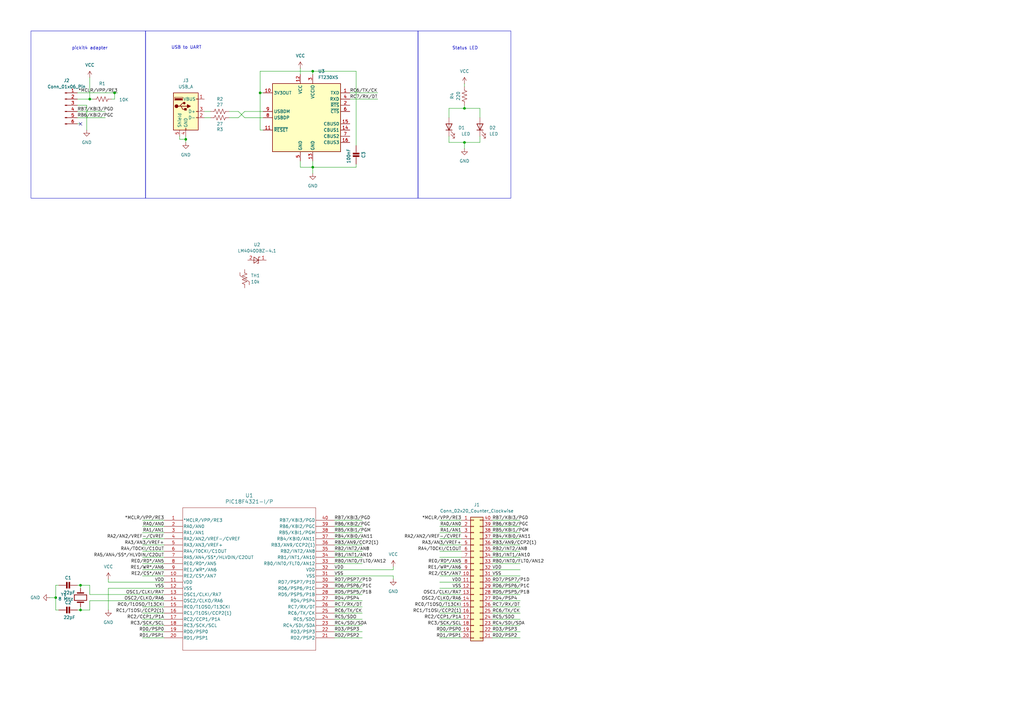
<source format=kicad_sch>
(kicad_sch (version 20231120) (generator "eeschema") (generator_version "8.0")
  (paper "A3")
  (lib_symbols
    (symbol "Adafruit ItsyBitsy RP2040-eagle-import:CAP_CERAMIC_0402NO"
      (property "Reference" "C" (at -2.29 1.25 90))
      (property "Value" "CAP_CERAMIC_0402NO" (at 2.3 1.25 90))
      (symbol "CAP_CERAMIC_0402NO_1_0"
        (rectangle (start -1.27 0.508) (end 1.27 1.016) (fill (type outline)))
        (rectangle (start -1.27 1.524) (end 1.27 2.032) (fill (type outline)))
        (polyline (pts (xy 0 0.762) (xy 0 0)) (stroke (width 0.1524)))
        (polyline (pts (xy 0 2.54) (xy 0 1.778)) (stroke (width 0.1524)))
        (pin passive line (at 0 5.08 270) (length 2.54) (name "1") (number "1"))
        (pin passive line (at 0 -2.54 90) (length 2.54) (name "2") (number "2"))
      )
    )
    (symbol "Connector:Conn_01x06_Pin" (pin_names (offset 1.016) hide)
      (property "Reference" "J" (at 0 7.62 0))
      (property "Value" "Conn_01x06_Pin" (at 0 -10.16 0))
      (symbol "Conn_01x06_Pin_1_1"
        (polyline (pts (xy 1.27 -7.62) (xy 0.8636 -7.62)) (stroke (width 0.1524)))
        (polyline (pts (xy 1.27 -5.08) (xy 0.8636 -5.08)) (stroke (width 0.1524)))
        (polyline (pts (xy 1.27 -2.54) (xy 0.8636 -2.54)) (stroke (width 0.1524)))
        (polyline (pts (xy 1.27 0) (xy 0.8636 0)) (stroke (width 0.1524)))
        (polyline (pts (xy 1.27 2.54) (xy 0.8636 2.54)) (stroke (width 0.1524)))
        (polyline (pts (xy 1.27 5.08) (xy 0.8636 5.08)) (stroke (width 0.1524)))
        (rectangle (start 0.8636 -7.493) (end 0 -7.747) (stroke (width 0.1524)) (fill (type outline)))
        (rectangle (start 0.8636 -4.953) (end 0 -5.207) (stroke (width 0.1524)) (fill (type outline)))
        (rectangle (start 0.8636 -2.413) (end 0 -2.667) (stroke (width 0.1524)) (fill (type outline)))
        (rectangle (start 0.8636 0.127) (end 0 -0.127) (stroke (width 0.1524)) (fill (type outline)))
        (rectangle (start 0.8636 2.667) (end 0 2.413) (stroke (width 0.1524)) (fill (type outline)))
        (rectangle (start 0.8636 5.207) (end 0 4.953) (stroke (width 0.1524)) (fill (type outline)))
        (pin passive line (at 5.08 5.08 180) (length 3.81) (name "Pin_1") (number "1"))
        (pin passive line (at 5.08 2.54 180) (length 3.81) (name "Pin_2") (number "2"))
        (pin passive line (at 5.08 0 180) (length 3.81) (name "Pin_3") (number "3"))
        (pin passive line (at 5.08 -2.54 180) (length 3.81) (name "Pin_4") (number "4"))
        (pin passive line (at 5.08 -5.08 180) (length 3.81) (name "Pin_5") (number "5"))
        (pin passive line (at 5.08 -7.62 180) (length 3.81) (name "Pin_6") (number "6"))
      )
    )
    (symbol "Connector:USB_A" (pin_names (offset 1.016))
      (property "Reference" "J" (at -5.08 11.43 0))
      (property "Value" "USB_A" (at -5.08 8.89 0))
      (symbol "USB_A_0_1"
        (rectangle (start -5.08 -7.62) (end 5.08 7.62) (stroke (width 0.254)) (fill (type background)))
        (circle (center -3.81 2.159) (radius 0.635) (stroke (width 0.254)) (fill (type outline)))
        (rectangle (start -1.524 4.826) (end -4.318 5.334) (fill (type outline)))
        (rectangle (start -1.27 4.572) (end -4.572 5.842))
        (circle (center -0.635 3.429) (radius 0.381) (stroke (width 0.254)) (fill (type outline)))
        (rectangle (start -0.127 -7.62) (end 0.127 -6.858))
        (polyline (pts (xy -3.175 2.159) (xy -2.54 2.159) (xy -1.27 3.429) (xy -0.635 3.429)) (stroke (width 0.254)))
        (polyline (pts (xy -2.54 2.159) (xy -1.905 2.159) (xy -1.27 0.889) (xy 0 0.889)) (stroke (width 0.254)))
        (polyline (pts (xy 0.635 2.794) (xy 0.635 1.524) (xy 1.905 2.159) (xy 0.635 2.794)) (stroke (width 0.254)) (fill (type outline)))
        (rectangle (start 0.254 1.27) (end -0.508 0.508) (stroke (width 0.254)) (fill (type outline)))
        (rectangle (start 5.08 -2.667) (end 4.318 -2.413))
        (rectangle (start 5.08 -0.127) (end 4.318 0.127))
        (rectangle (start 5.08 4.953) (end 4.318 5.207))
      )
      (symbol "USB_A_1_1"
        (polyline (pts (xy -1.905 2.159) (xy 0.635 2.159)) (stroke (width 0.254)))
        (pin power_in line (at 7.62 5.08 180) (length 2.54) (name "VBUS") (number "1"))
        (pin bidirectional line (at 7.62 -2.54 180) (length 2.54) (name "D-") (number "2"))
        (pin bidirectional line (at 7.62 0 180) (length 2.54) (name "D+") (number "3"))
        (pin power_in line (at 0 -10.16 90) (length 2.54) (name "GND") (number "4"))
        (pin passive line (at -2.54 -10.16 90) (length 2.54) (name "Shield") (number "5"))
      )
    )
    (symbol "Connector_Generic:Conn_02x20_Counter_Clockwise" (pin_names (offset 1.016) hide)
      (property "Reference" "J" (at 1.27 25.4 0))
      (property "Value" "Conn_02x20_Counter_Clockwise" (at 1.27 -27.94 0))
      (symbol "Conn_02x20_Counter_Clockwise_1_1"
        (rectangle (start -1.27 -25.273) (end 0 -25.527) (stroke (width 0.1524)))
        (rectangle (start -1.27 -22.733) (end 0 -22.987) (stroke (width 0.1524)))
        (rectangle (start -1.27 -20.193) (end 0 -20.447) (stroke (width 0.1524)))
        (rectangle (start -1.27 -17.653) (end 0 -17.907) (stroke (width 0.1524)))
        (rectangle (start -1.27 -15.113) (end 0 -15.367) (stroke (width 0.1524)))
        (rectangle (start -1.27 -12.573) (end 0 -12.827) (stroke (width 0.1524)))
        (rectangle (start -1.27 -10.033) (end 0 -10.287) (stroke (width 0.1524)))
        (rectangle (start -1.27 -7.493) (end 0 -7.747) (stroke (width 0.1524)))
        (rectangle (start -1.27 -4.953) (end 0 -5.207) (stroke (width 0.1524)))
        (rectangle (start -1.27 -2.413) (end 0 -2.667) (stroke (width 0.1524)))
        (rectangle (start -1.27 0.127) (end 0 -0.127) (stroke (width 0.1524)))
        (rectangle (start -1.27 2.667) (end 0 2.413) (stroke (width 0.1524)))
        (rectangle (start -1.27 5.207) (end 0 4.953) (stroke (width 0.1524)))
        (rectangle (start -1.27 7.747) (end 0 7.493) (stroke (width 0.1524)))
        (rectangle (start -1.27 10.287) (end 0 10.033) (stroke (width 0.1524)))
        (rectangle (start -1.27 12.827) (end 0 12.573) (stroke (width 0.1524)))
        (rectangle (start -1.27 15.367) (end 0 15.113) (stroke (width 0.1524)))
        (rectangle (start -1.27 17.907) (end 0 17.653) (stroke (width 0.1524)))
        (rectangle (start -1.27 20.447) (end 0 20.193) (stroke (width 0.1524)))
        (rectangle (start -1.27 22.987) (end 0 22.733) (stroke (width 0.1524)))
        (rectangle (start -1.27 24.13) (end 3.81 -26.67) (stroke (width 0.254)) (fill (type background)))
        (rectangle (start 3.81 -25.273) (end 2.54 -25.527) (stroke (width 0.1524)))
        (rectangle (start 3.81 -22.733) (end 2.54 -22.987) (stroke (width 0.1524)))
        (rectangle (start 3.81 -20.193) (end 2.54 -20.447) (stroke (width 0.1524)))
        (rectangle (start 3.81 -17.653) (end 2.54 -17.907) (stroke (width 0.1524)))
        (rectangle (start 3.81 -15.113) (end 2.54 -15.367) (stroke (width 0.1524)))
        (rectangle (start 3.81 -12.573) (end 2.54 -12.827) (stroke (width 0.1524)))
        (rectangle (start 3.81 -10.033) (end 2.54 -10.287) (stroke (width 0.1524)))
        (rectangle (start 3.81 -7.493) (end 2.54 -7.747) (stroke (width 0.1524)))
        (rectangle (start 3.81 -4.953) (end 2.54 -5.207) (stroke (width 0.1524)))
        (rectangle (start 3.81 -2.413) (end 2.54 -2.667) (stroke (width 0.1524)))
        (rectangle (start 3.81 0.127) (end 2.54 -0.127) (stroke (width 0.1524)))
        (rectangle (start 3.81 2.667) (end 2.54 2.413) (stroke (width 0.1524)))
        (rectangle (start 3.81 5.207) (end 2.54 4.953) (stroke (width 0.1524)))
        (rectangle (start 3.81 7.747) (end 2.54 7.493) (stroke (width 0.1524)))
        (rectangle (start 3.81 10.287) (end 2.54 10.033) (stroke (width 0.1524)))
        (rectangle (start 3.81 12.827) (end 2.54 12.573) (stroke (width 0.1524)))
        (rectangle (start 3.81 15.367) (end 2.54 15.113) (stroke (width 0.1524)))
        (rectangle (start 3.81 17.907) (end 2.54 17.653) (stroke (width 0.1524)))
        (rectangle (start 3.81 20.447) (end 2.54 20.193) (stroke (width 0.1524)))
        (rectangle (start 3.81 22.987) (end 2.54 22.733) (stroke (width 0.1524)))
        (pin passive line (at -5.08 22.86 0) (length 3.81) (name "Pin_1") (number "1"))
        (pin passive line (at -5.08 0 0) (length 3.81) (name "Pin_10") (number "10"))
        (pin passive line (at -5.08 -2.54 0) (length 3.81) (name "Pin_11") (number "11"))
        (pin passive line (at -5.08 -5.08 0) (length 3.81) (name "Pin_12") (number "12"))
        (pin passive line (at -5.08 -7.62 0) (length 3.81) (name "Pin_13") (number "13"))
        (pin passive line (at -5.08 -10.16 0) (length 3.81) (name "Pin_14") (number "14"))
        (pin passive line (at -5.08 -12.7 0) (length 3.81) (name "Pin_15") (number "15"))
        (pin passive line (at -5.08 -15.24 0) (length 3.81) (name "Pin_16") (number "16"))
        (pin passive line (at -5.08 -17.78 0) (length 3.81) (name "Pin_17") (number "17"))
        (pin passive line (at -5.08 -20.32 0) (length 3.81) (name "Pin_18") (number "18"))
        (pin passive line (at -5.08 -22.86 0) (length 3.81) (name "Pin_19") (number "19"))
        (pin passive line (at -5.08 20.32 0) (length 3.81) (name "Pin_2") (number "2"))
        (pin passive line (at -5.08 -25.4 0) (length 3.81) (name "Pin_20") (number "20"))
        (pin passive line (at 7.62 -25.4 180) (length 3.81) (name "Pin_21") (number "21"))
        (pin passive line (at 7.62 -22.86 180) (length 3.81) (name "Pin_22") (number "22"))
        (pin passive line (at 7.62 -20.32 180) (length 3.81) (name "Pin_23") (number "23"))
        (pin passive line (at 7.62 -17.78 180) (length 3.81) (name "Pin_24") (number "24"))
        (pin passive line (at 7.62 -15.24 180) (length 3.81) (name "Pin_25") (number "25"))
        (pin passive line (at 7.62 -12.7 180) (length 3.81) (name "Pin_26") (number "26"))
        (pin passive line (at 7.62 -10.16 180) (length 3.81) (name "Pin_27") (number "27"))
        (pin passive line (at 7.62 -7.62 180) (length 3.81) (name "Pin_28") (number "28"))
        (pin passive line (at 7.62 -5.08 180) (length 3.81) (name "Pin_29") (number "29"))
        (pin passive line (at -5.08 17.78 0) (length 3.81) (name "Pin_3") (number "3"))
        (pin passive line (at 7.62 -2.54 180) (length 3.81) (name "Pin_30") (number "30"))
        (pin passive line (at 7.62 0 180) (length 3.81) (name "Pin_31") (number "31"))
        (pin passive line (at 7.62 2.54 180) (length 3.81) (name "Pin_32") (number "32"))
        (pin passive line (at 7.62 5.08 180) (length 3.81) (name "Pin_33") (number "33"))
        (pin passive line (at 7.62 7.62 180) (length 3.81) (name "Pin_34") (number "34"))
        (pin passive line (at 7.62 10.16 180) (length 3.81) (name "Pin_35") (number "35"))
        (pin passive line (at 7.62 12.7 180) (length 3.81) (name "Pin_36") (number "36"))
        (pin passive line (at 7.62 15.24 180) (length 3.81) (name "Pin_37") (number "37"))
        (pin passive line (at 7.62 17.78 180) (length 3.81) (name "Pin_38") (number "38"))
        (pin passive line (at 7.62 20.32 180) (length 3.81) (name "Pin_39") (number "39"))
        (pin passive line (at -5.08 15.24 0) (length 3.81) (name "Pin_4") (number "4"))
        (pin passive line (at 7.62 22.86 180) (length 3.81) (name "Pin_40") (number "40"))
        (pin passive line (at -5.08 12.7 0) (length 3.81) (name "Pin_5") (number "5"))
        (pin passive line (at -5.08 10.16 0) (length 3.81) (name "Pin_6") (number "6"))
        (pin passive line (at -5.08 7.62 0) (length 3.81) (name "Pin_7") (number "7"))
        (pin passive line (at -5.08 5.08 0) (length 3.81) (name "Pin_8") (number "8"))
        (pin passive line (at -5.08 2.54 0) (length 3.81) (name "Pin_9") (number "9"))
      )
    )
    (symbol "Device:Crystal" (pin_numbers hide) (pin_names (offset 1.016) hide)
      (property "Reference" "Y" (at 0 3.81 0))
      (property "Value" "Crystal" (at 0 -3.81 0))
      (symbol "Crystal_0_1"
        (rectangle (start -1.143 2.54) (end 1.143 -2.54) (stroke (width 0.3048)))
        (polyline (pts (xy -2.54 0) (xy -1.905 0)))
        (polyline (pts (xy -1.905 -1.27) (xy -1.905 1.27)) (stroke (width 0.508)))
        (polyline (pts (xy 1.905 -1.27) (xy 1.905 1.27)) (stroke (width 0.508)))
        (polyline (pts (xy 2.54 0) (xy 1.905 0)))
      )
      (symbol "Crystal_1_1"
        (pin passive line (at -3.81 0 0) (length 1.27) (name "1") (number "1"))
        (pin passive line (at 3.81 0 180) (length 1.27) (name "2") (number "2"))
      )
    )
    (symbol "Device:LED" (pin_numbers hide) (pin_names (offset 1.016) hide)
      (property "Reference" "D" (at 0 2.54 0))
      (property "Value" "LED" (at 0 -2.54 0))
      (symbol "LED_0_1"
        (polyline (pts (xy -1.27 -1.27) (xy -1.27 1.27)) (stroke (width 0.254)))
        (polyline (pts (xy -1.27 0) (xy 1.27 0)))
        (polyline (pts (xy 1.27 -1.27) (xy 1.27 1.27) (xy -1.27 0) (xy 1.27 -1.27)) (stroke (width 0.254)))
        (polyline (pts (xy -3.048 -0.762) (xy -4.572 -2.286) (xy -3.81 -2.286) (xy -4.572 -2.286) (xy -4.572 -1.524)))
        (polyline (pts (xy -1.778 -0.762) (xy -3.302 -2.286) (xy -2.54 -2.286) (xy -3.302 -2.286) (xy -3.302 -1.524)))
      )
      (symbol "LED_1_1"
        (pin passive line (at -3.81 0 0) (length 2.54) (name "K") (number "1"))
        (pin passive line (at 3.81 0 180) (length 2.54) (name "A") (number "2"))
      )
    )
    (symbol "Device:R_US" (pin_numbers hide) (pin_names (offset 0))
      (property "Reference" "R" (at 2.54 0 90))
      (property "Value" "R_US" (at -2.54 0 90))
      (symbol "R_US_0_1"
        (polyline (pts (xy 0 -2.286) (xy 0 -2.54)))
        (polyline (pts (xy 0 2.286) (xy 0 2.54)))
        (polyline (pts (xy 0 -0.762) (xy 1.016 -1.143) (xy 0 -1.524) (xy -1.016 -1.905) (xy 0 -2.286)))
        (polyline (pts (xy 0 0.762) (xy 1.016 0.381) (xy 0 0) (xy -1.016 -0.381) (xy 0 -0.762)))
        (polyline (pts (xy 0 2.286) (xy 1.016 1.905) (xy 0 1.524) (xy -1.016 1.143) (xy 0 0.762)))
      )
      (symbol "R_US_1_1"
        (pin passive line (at 0 3.81 270) (length 1.27) (name "~") (number "1"))
        (pin passive line (at 0 -3.81 90) (length 1.27) (name "~") (number "2"))
      )
    )
    (symbol "Device:Thermistor_US" (pin_numbers hide) (pin_names (offset 0))
      (property "Reference" "TH" (at 2.54 1.27 90))
      (property "Value" "Thermistor_US" (at -2.54 0 90))
      (symbol "Thermistor_US_0_1"
        (polyline (pts (xy 0 -2.286) (xy 0 -2.54)))
        (polyline (pts (xy 0 2.286) (xy 0 2.54)))
        (polyline (pts (xy 1.905 -1.27) (xy 1.905 -2.54)))
        (polyline (pts (xy -1.905 2.54) (xy -1.905 1.27) (xy 1.905 -1.27)))
        (polyline (pts (xy 0 -0.762) (xy 1.016 -1.143) (xy 0 -1.524) (xy -1.016 -1.905) (xy 0 -2.286)))
        (polyline (pts (xy 0 0.762) (xy 1.016 0.381) (xy 0 0) (xy -1.016 -0.381) (xy 0 -0.762)))
        (polyline (pts (xy 0 2.286) (xy 1.016 1.905) (xy 0 1.524) (xy -1.016 1.143) (xy 0 0.762)))
      )
      (symbol "Thermistor_US_1_1"
        (pin passive line (at 0 3.81 270) (length 1.27) (name "~") (number "1"))
        (pin passive line (at 0 -3.81 90) (length 1.27) (name "~") (number "2"))
      )
    )
    (symbol "Interface_USB:FT230XS"
      (property "Reference" "U" (at -13.97 15.24 0))
      (property "Value" "FT230XS" (at 7.62 15.24 0))
      (symbol "FT230XS_0_1"
        (rectangle (start -13.97 13.97) (end 13.97 -13.97) (stroke (width 0.254)) (fill (type background)))
      )
      (symbol "FT230XS_1_1"
        (pin output line (at 17.78 10.16 180) (length 3.81) (name "TXD") (number "1"))
        (pin power_out line (at -17.78 10.16 0) (length 3.81) (name "3V3OUT") (number "10"))
        (pin input line (at -17.78 -5.08 0) (length 3.81) (name "~{RESET}") (number "11"))
        (pin power_in line (at -2.54 17.78 270) (length 3.81) (name "VCC") (number "12"))
        (pin power_in line (at 2.54 -17.78 90) (length 3.81) (name "GND") (number "13"))
        (pin bidirectional line (at 17.78 -5.08 180) (length 3.81) (name "CBUS1") (number "14"))
        (pin bidirectional line (at 17.78 -2.54 180) (length 3.81) (name "CBUS0") (number "15"))
        (pin bidirectional line (at 17.78 -10.16 180) (length 3.81) (name "CBUS3") (number "16"))
        (pin output line (at 17.78 5.08 180) (length 3.81) (name "~{RTS}") (number "2"))
        (pin power_in line (at 2.54 17.78 270) (length 3.81) (name "VCCIO") (number "3"))
        (pin input line (at 17.78 7.62 180) (length 3.81) (name "RXD") (number "4"))
        (pin power_in line (at -2.54 -17.78 90) (length 3.81) (name "GND") (number "5"))
        (pin input line (at 17.78 2.54 180) (length 3.81) (name "~{CTS}") (number "6"))
        (pin bidirectional line (at 17.78 -7.62 180) (length 3.81) (name "CBUS2") (number "7"))
        (pin bidirectional line (at -17.78 0 0) (length 3.81) (name "USBDP") (number "8"))
        (pin bidirectional line (at -17.78 2.54 0) (length 3.81) (name "USBDM") (number "9"))
      )
    )
    (symbol "PIC18F4321_I_P:PIC18F4321-I_P" (pin_names (offset 0.254))
      (property "Reference" "U" (at 34.036 13.208 0))
      (property "Value" "PIC18F4321-I/P" (at 34.798 8.636 0))
      (symbol "PIC18F4321-I_P_0_1"
        (polyline (pts (xy 7.62 -53.34) (xy 62.23 -53.34)) (stroke (width 0.127)))
        (polyline (pts (xy 7.62 5.08) (xy 7.62 -53.34)) (stroke (width 0.127)))
        (polyline (pts (xy 62.23 -53.34) (xy 62.23 5.08)) (stroke (width 0.127)))
        (polyline (pts (xy 62.23 5.08) (xy 7.62 5.08)) (stroke (width 0.127)))
        (pin unspecified line (at 0 0 0) (length 7.62) (name "*MCLR/VPP/RE3") (number "1"))
        (pin unspecified line (at 0 -22.86 0) (length 7.62) (name "RE2/CS*/AN7") (number "10"))
        (pin unspecified line (at 0 -25.4 0) (length 7.62) (name "VDD") (number "11"))
        (pin unspecified line (at 0 -27.94 0) (length 7.62) (name "VSS") (number "12"))
        (pin unspecified line (at 0 -30.48 0) (length 7.62) (name "OSC1/CLKI/RA7") (number "13"))
        (pin unspecified line (at 0 -33.02 0) (length 7.62) (name "OSC2/CLKO/RA6") (number "14"))
        (pin unspecified line (at 0 -35.56 0) (length 7.62) (name "RC0/T1OSO/T13CKI") (number "15"))
        (pin unspecified line (at 0 -38.1 0) (length 7.62) (name "RC1/T1OSI/CCP2(1)") (number "16"))
        (pin unspecified line (at 0 -40.64 0) (length 7.62) (name "RC2/CCP1/P1A") (number "17"))
        (pin unspecified line (at 0 -43.18 0) (length 7.62) (name "RC3/SCK/SCL") (number "18"))
        (pin unspecified line (at 0 -45.72 0) (length 7.62) (name "RD0/PSP0") (number "19"))
        (pin unspecified line (at 0 -2.54 0) (length 7.62) (name "RA0/AN0") (number "2"))
        (pin unspecified line (at 0 -48.26 0) (length 7.62) (name "RD1/PSP1") (number "20"))
        (pin unspecified line (at 69.85 -48.26 180) (length 7.62) (name "RD2/PSP2") (number "21"))
        (pin unspecified line (at 69.85 -45.72 180) (length 7.62) (name "RD3/PSP3") (number "22"))
        (pin unspecified line (at 69.85 -43.18 180) (length 7.62) (name "RC4/SDI/SDA") (number "23"))
        (pin unspecified line (at 69.85 -40.64 180) (length 7.62) (name "RC5/SDO") (number "24"))
        (pin unspecified line (at 69.85 -38.1 180) (length 7.62) (name "RC6/TX/CK") (number "25"))
        (pin unspecified line (at 69.85 -35.56 180) (length 7.62) (name "RC7/RX/DT") (number "26"))
        (pin unspecified line (at 69.85 -33.02 180) (length 7.62) (name "RD4/PSP4") (number "27"))
        (pin unspecified line (at 69.85 -30.48 180) (length 7.62) (name "RD5/PSP5/P1B") (number "28"))
        (pin unspecified line (at 69.85 -27.94 180) (length 7.62) (name "RD6/PSP6/P1C") (number "29"))
        (pin unspecified line (at 0 -5.08 0) (length 7.62) (name "RA1/AN1") (number "3"))
        (pin unspecified line (at 69.85 -25.4 180) (length 7.62) (name "RD7/PSP7/P1D") (number "30"))
        (pin unspecified line (at 69.85 -22.86 180) (length 7.62) (name "VSS") (number "31"))
        (pin unspecified line (at 69.85 -20.32 180) (length 7.62) (name "VDD") (number "32"))
        (pin unspecified line (at 69.85 -17.78 180) (length 7.62) (name "RB0/INT0/FLT0/AN12") (number "33"))
        (pin unspecified line (at 69.85 -15.24 180) (length 7.62) (name "RB1/INT1/AN10") (number "34"))
        (pin unspecified line (at 69.85 -12.7 180) (length 7.62) (name "RB2/INT2/AN8") (number "35"))
        (pin unspecified line (at 69.85 -10.16 180) (length 7.62) (name "RB3/AN9/CCP2(1)") (number "36"))
        (pin unspecified line (at 69.85 -7.62 180) (length 7.62) (name "RB4/KBI0/AN11") (number "37"))
        (pin unspecified line (at 69.85 -5.08 180) (length 7.62) (name "RB5/KBI1/PGM") (number "38"))
        (pin unspecified line (at 69.85 -2.54 180) (length 7.62) (name "RB6/KBI2/PGC") (number "39"))
        (pin unspecified line (at 0 -7.62 0) (length 7.62) (name "RA2/AN2/VREF-/CVREF") (number "4"))
        (pin unspecified line (at 69.85 0 180) (length 7.62) (name "RB7/KBI3/PGD") (number "40"))
        (pin unspecified line (at 0 -10.16 0) (length 7.62) (name "RA3/AN3/VREF+") (number "5"))
        (pin unspecified line (at 0 -12.7 0) (length 7.62) (name "RA4/T0CKI/C1OUT") (number "6"))
        (pin unspecified line (at 0 -15.24 0) (length 7.62) (name "RA5/AN4/SS*/HLVDIN/C2OUT") (number "7"))
        (pin unspecified line (at 0 -17.78 0) (length 7.62) (name "RE0/RD*/AN5") (number "8"))
        (pin unspecified line (at 0 -20.32 0) (length 7.62) (name "RE1/WR*/AN6") (number "9"))
      )
    )
    (symbol "Reference_Voltage:LM4040DBZ-4.1" (pin_names (offset 0.0254) hide)
      (property "Reference" "U" (at 0 2.54 0))
      (property "Value" "LM4040DBZ-4.1" (at 0 -3.175 0))
      (symbol "LM4040DBZ-4.1_0_1"
        (polyline (pts (xy -1.27 0) (xy 0 0) (xy 1.27 0)))
        (polyline (pts (xy -1.27 -1.27) (xy 0.635 0) (xy -1.27 1.27) (xy -1.27 -1.27)) (stroke (width 0.2032)))
        (polyline (pts (xy 0 -1.27) (xy 0.635 -1.27) (xy 0.635 1.27) (xy 1.27 1.27)) (stroke (width 0.2032)))
      )
      (symbol "LM4040DBZ-4.1_1_1"
        (pin passive line (at 3.81 0 180) (length 2.54) (name "K") (number "1"))
        (pin passive line (at -3.81 0 0) (length 2.54) (name "A") (number "2"))
      )
    )
    (symbol "power:GND" (power) (pin_numbers hide) (pin_names (offset 0) hide)
      (property "Value" "GND" (at 0 -3.81 0))
      (symbol "GND_0_1"
        (polyline (pts (xy 0 0) (xy 0 -1.27) (xy 1.27 -1.27) (xy 0 -2.54) (xy -1.27 -1.27) (xy 0 -1.27)))
      )
      (symbol "GND_1_1"
        (pin power_in line (at 0 0 270) (length 0) (name "~") (number "1"))
      )
    )
    (symbol "power:VCC" (power) (pin_numbers hide) (pin_names (offset 0) hide)
      (property "Value" "VCC" (at 0 3.556 0))
      (symbol "VCC_0_1"
        (polyline (pts (xy -0.762 1.27) (xy 0 2.54)))
        (polyline (pts (xy 0 0) (xy 0 2.54)))
        (polyline (pts (xy 0 2.54) (xy 0.762 1.27)))
      )
      (symbol "VCC_1_1"
        (pin power_in line (at 0 0 90) (length 0) (name "~") (number "1"))
      )
    )
  )
  (junction (at 22.86 245.11))
  (junction (at 33.02 250.19))
  (junction (at 36.83 40.64))
  (junction (at 190.5 44.45))
  (junction (at 106.68 38.1))
  (junction (at 33.02 240.03))
  (junction (at 128.27 68.58))
  (junction (at 46.99 38.1))
  (junction (at 190.5 58.42))
  (junction (at 76.2 57.15))
  (junction (at 128.27 29.21))
  (no_connect (at 33.02 50.8))
  (wire (pts (xy 189.23 259.08) (xy 180.34 259.08)))
  (wire (pts (xy 67.31 236.22) (xy 58.42 236.22)))
  (wire (pts (xy 196.85 58.42) (xy 196.85 55.88)))
  (wire (pts (xy 31.75 50.8) (xy 33.02 50.8)))
  (wire (pts (xy 123.19 27.94) (xy 123.19 30.48)))
  (wire (pts (xy 93.98 48.26) (xy 97.79 48.26)))
  (wire (pts (xy 190.5 58.42) (xy 190.5 60.96)))
  (wire (pts (xy 201.93 246.38) (xy 213.36 246.38)))
  (wire (pts (xy 137.16 213.36) (xy 148.59 213.36)))
  (wire (pts (xy 184.15 58.42) (xy 190.5 58.42)))
  (wire (pts (xy 189.23 213.36) (xy 180.34 213.36)))
  (wire (pts (xy 184.15 55.88) (xy 184.15 58.42)))
  (wire (pts (xy 137.16 226.06) (xy 148.59 226.06)))
  (wire (pts (xy 189.23 251.46) (xy 180.34 251.46)))
  (wire (pts (xy 201.93 213.36) (xy 213.36 213.36)))
  (wire (pts (xy 36.83 40.64) (xy 38.1 40.64)))
  (wire (pts (xy 161.29 232.41) (xy 161.29 233.68)))
  (wire (pts (xy 67.31 259.08) (xy 58.42 259.08)))
  (wire (pts (xy 67.31 231.14) (xy 58.42 231.14)))
  (wire (pts (xy 190.5 58.42) (xy 196.85 58.42)))
  (wire (pts (xy 146.05 68.58) (xy 128.27 68.58)))
  (wire (pts (xy 128.27 29.21) (xy 128.27 30.48)))
  (wire (pts (xy 67.31 213.36) (xy 58.42 213.36)))
  (wire (pts (xy 201.93 236.22) (xy 213.36 236.22)))
  (wire (pts (xy 201.93 215.9) (xy 213.36 215.9)))
  (wire (pts (xy 189.23 233.68) (xy 180.34 233.68)))
  (wire (pts (xy 128.27 68.58) (xy 128.27 66.04)))
  (wire (pts (xy 201.93 261.62) (xy 213.36 261.62)))
  (wire (pts (xy 137.16 248.92) (xy 148.59 248.92)))
  (wire (pts (xy 83.82 45.72) (xy 86.36 45.72)))
  (wire (pts (xy 83.82 48.26) (xy 86.36 48.26)))
  (wire (pts (xy 97.79 48.26) (xy 100.33 45.72)))
  (wire (pts (xy 201.93 251.46) (xy 213.36 251.46)))
  (wire (pts (xy 36.83 246.38) (xy 67.31 246.38)))
  (wire (pts (xy 201.93 248.92) (xy 213.36 248.92)))
  (wire (pts (xy 67.31 233.68) (xy 58.42 233.68)))
  (wire (pts (xy 146.05 67.31) (xy 146.05 68.58)))
  (wire (pts (xy 201.93 256.54) (xy 213.36 256.54)))
  (wire (pts (xy 97.79 45.72) (xy 100.33 48.26)))
  (wire (pts (xy 67.31 256.54) (xy 58.42 256.54)))
  (wire (pts (xy 76.2 58.42) (xy 76.2 57.15)))
  (wire (pts (xy 31.75 45.72) (xy 43.18 45.72)))
  (wire (pts (xy 137.16 231.14) (xy 148.59 231.14)))
  (wire (pts (xy 201.93 231.14) (xy 213.36 231.14)))
  (wire (pts (xy 128.27 68.58) (xy 128.27 71.12)))
  (wire (pts (xy 22.86 250.19) (xy 24.13 250.19)))
  (wire (pts (xy 123.19 68.58) (xy 128.27 68.58)))
  (wire (pts (xy 76.2 57.15) (xy 76.2 55.88)))
  (wire (pts (xy 137.16 259.08) (xy 148.59 259.08)))
  (wire (pts (xy 189.23 241.3) (xy 180.34 241.3)))
  (wire (pts (xy 46.99 38.1) (xy 31.75 38.1)))
  (wire (pts (xy 36.83 40.64) (xy 31.75 40.64)))
  (wire (pts (xy 45.72 40.64) (xy 46.99 40.64)))
  (wire (pts (xy 73.66 55.88) (xy 73.66 57.15)))
  (wire (pts (xy 137.16 254) (xy 148.59 254)))
  (wire (pts (xy 180.34 243.84) (xy 189.23 243.84)))
  (wire (pts (xy 146.05 29.21) (xy 146.05 59.69)))
  (wire (pts (xy 67.31 248.92) (xy 58.42 248.92)))
  (wire (pts (xy 161.29 236.22) (xy 161.29 237.49)))
  (wire (pts (xy 201.93 226.06) (xy 213.36 226.06)))
  (wire (pts (xy 201.93 254) (xy 213.36 254)))
  (wire (pts (xy 67.31 218.44) (xy 58.42 218.44)))
  (wire (pts (xy 189.23 215.9) (xy 180.34 215.9)))
  (wire (pts (xy 137.16 256.54) (xy 148.59 256.54)))
  (wire (pts (xy 137.16 228.6) (xy 148.59 228.6)))
  (wire (pts (xy 189.23 256.54) (xy 180.34 256.54)))
  (wire (pts (xy 67.31 226.06) (xy 58.42 226.06)))
  (wire (pts (xy 137.16 223.52) (xy 148.59 223.52)))
  (wire (pts (xy 137.16 215.9) (xy 148.59 215.9)))
  (wire (pts (xy 137.16 241.3) (xy 148.59 241.3)))
  (wire (pts (xy 36.83 243.84) (xy 67.31 243.84)))
  (wire (pts (xy 184.15 44.45) (xy 184.15 48.26)))
  (wire (pts (xy 189.23 236.22) (xy 180.34 236.22)))
  (wire (pts (xy 201.93 241.3) (xy 213.36 241.3)))
  (wire (pts (xy 100.33 45.72) (xy 107.95 45.72)))
  (wire (pts (xy 67.31 215.9) (xy 58.42 215.9)))
  (wire (pts (xy 36.83 246.38) (xy 36.83 250.19)))
  (wire (pts (xy 137.16 218.44) (xy 148.59 218.44)))
  (wire (pts (xy 123.19 66.04) (xy 123.19 68.58)))
  (wire (pts (xy 137.16 261.62) (xy 148.59 261.62)))
  (wire (pts (xy 189.23 254) (xy 180.34 254)))
  (wire (pts (xy 201.93 259.08) (xy 213.36 259.08)))
  (wire (pts (xy 36.83 250.19) (xy 33.02 250.19)))
  (wire (pts (xy 137.16 246.38) (xy 148.59 246.38)))
  (wire (pts (xy 196.85 44.45) (xy 196.85 48.26)))
  (wire (pts (xy 189.23 238.76) (xy 180.34 238.76)))
  (wire (pts (xy 107.95 38.1) (xy 106.68 38.1)))
  (wire (pts (xy 137.16 220.98) (xy 148.59 220.98)))
  (wire (pts (xy 22.86 245.11) (xy 22.86 250.19)))
  (wire (pts (xy 31.75 43.18) (xy 35.56 43.18)))
  (wire (pts (xy 201.93 233.68) (xy 213.36 233.68)))
  (wire (pts (xy 106.68 38.1) (xy 106.68 29.21)))
  (wire (pts (xy 189.23 220.98) (xy 180.34 220.98)))
  (wire (pts (xy 44.45 237.49) (xy 44.45 238.76)))
  (wire (pts (xy 106.68 29.21) (xy 128.27 29.21)))
  (wire (pts (xy 190.5 34.29) (xy 190.5 35.56)))
  (wire (pts (xy 143.51 38.1) (xy 154.94 38.1)))
  (wire (pts (xy 44.45 250.19) (xy 44.45 241.3)))
  (wire (pts (xy 67.31 261.62) (xy 58.42 261.62)))
  (wire (pts (xy 184.15 44.45) (xy 190.5 44.45)))
  (wire (pts (xy 146.05 29.21) (xy 128.27 29.21)))
  (wire (pts (xy 22.86 240.03) (xy 22.86 245.11)))
  (wire (pts (xy 44.45 238.76) (xy 67.31 238.76)))
  (wire (pts (xy 67.31 228.6) (xy 58.42 228.6)))
  (wire (pts (xy 189.23 226.06) (xy 180.34 226.06)))
  (wire (pts (xy 137.16 233.68) (xy 161.29 233.68)))
  (wire (pts (xy 31.75 240.03) (xy 33.02 240.03)))
  (wire (pts (xy 33.02 250.19) (xy 33.02 248.92)))
  (wire (pts (xy 201.93 243.84) (xy 213.36 243.84)))
  (wire (pts (xy 190.5 44.45) (xy 196.85 44.45)))
  (wire (pts (xy 31.75 48.26) (xy 43.18 48.26)))
  (wire (pts (xy 100.33 48.26) (xy 107.95 48.26)))
  (wire (pts (xy 201.93 218.44) (xy 213.36 218.44)))
  (wire (pts (xy 44.45 241.3) (xy 67.31 241.3)))
  (wire (pts (xy 107.95 53.34) (xy 106.68 53.34)))
  (wire (pts (xy 106.68 53.34) (xy 106.68 38.1)))
  (wire (pts (xy 67.31 254) (xy 58.42 254)))
  (wire (pts (xy 93.98 45.72) (xy 97.79 45.72)))
  (wire (pts (xy 36.83 243.84) (xy 36.83 240.03)))
  (wire (pts (xy 189.23 248.92) (xy 180.34 248.92)))
  (wire (pts (xy 201.93 223.52) (xy 213.36 223.52)))
  (wire (pts (xy 137.16 238.76) (xy 148.59 238.76)))
  (wire (pts (xy 180.34 246.38) (xy 189.23 246.38)))
  (wire (pts (xy 24.13 240.03) (xy 22.86 240.03)))
  (wire (pts (xy 137.16 236.22) (xy 161.29 236.22)))
  (wire (pts (xy 73.66 57.15) (xy 76.2 57.15)))
  (wire (pts (xy 35.56 43.18) (xy 35.56 53.34)))
  (wire (pts (xy 190.5 43.18) (xy 190.5 44.45)))
  (wire (pts (xy 48.26 38.1) (xy 46.99 38.1)))
  (wire (pts (xy 67.31 223.52) (xy 58.42 223.52)))
  (wire (pts (xy 36.83 240.03) (xy 33.02 240.03)))
  (wire (pts (xy 67.31 220.98) (xy 58.42 220.98)))
  (wire (pts (xy 201.93 220.98) (xy 213.36 220.98)))
  (wire (pts (xy 31.75 250.19) (xy 33.02 250.19)))
  (wire (pts (xy 189.23 231.14) (xy 180.34 231.14)))
  (wire (pts (xy 189.23 223.52) (xy 180.34 223.52)))
  (wire (pts (xy 46.99 40.64) (xy 46.99 38.1)))
  (wire (pts (xy 201.93 238.76) (xy 213.36 238.76)))
  (wire (pts (xy 67.31 251.46) (xy 58.42 251.46)))
  (wire (pts (xy 189.23 261.62) (xy 180.34 261.62)))
  (wire (pts (xy 137.16 251.46) (xy 148.59 251.46)))
  (wire (pts (xy 36.83 31.75) (xy 36.83 40.64)))
  (wire (pts (xy 189.23 218.44) (xy 180.34 218.44)))
  (wire (pts (xy 20.32 245.11) (xy 22.86 245.11)))
  (wire (pts (xy 189.23 228.6) (xy 180.34 228.6)))
  (wire (pts (xy 201.93 228.6) (xy 213.36 228.6)))
  (wire (pts (xy 137.16 243.84) (xy 148.59 243.84)))
  (wire (pts (xy 33.02 240.03) (xy 33.02 241.3)))
  (wire (pts (xy 143.51 40.64) (xy 154.94 40.64)))
  (rectangle (start 12.7 12.7) (end 59.69 81.28))
  (rectangle (start 171.45 12.7) (end 209.55 81.28))
  (rectangle (start 59.69 12.7) (end 171.45 81.28))
  (text "USB to UART" (at 76.454 19.558 0) (effects (font (size 1.27 1.27))))
  (text "pickit4 adapter" (at 36.83 19.812 0) (effects (font (size 1.27 1.27))))
  (text "Status LED" (at 190.754 19.812 0) (effects (font (size 1.27 1.27))))
  (label "RA2/AN2/VREF-/CVREF" (at 67.31 220.98 180))
  (label "VDD" (at 201.93 233.68 0))
  (label "RA1/AN1" (at 67.31 218.44 180))
  (label "RD5/PSP5/P1B" (at 201.93 243.84 0))
  (label "RC4/SDI/SDA" (at 201.93 256.54 0))
  (label "*MCLR/VPP/RE3" (at 189.23 213.36 180))
  (label "RB2/INT2/AN8" (at 137.16 226.06 0))
  (label "*MCLR/VPP/RE3" (at 48.26 38.1 180))
  (label "RA3/AN3/VREF+" (at 189.23 223.52 180))
  (label "OSC2/CLKO/RA6" (at 67.31 246.38 180))
  (label "RC6/TX/CK" (at 143.51 38.1 0))
  (label "RB3/AN9/CCP2(1)" (at 201.93 223.52 0))
  (label "RC7/RX/DT" (at 201.93 248.92 0))
  (label "RB0/INT0/FLT0/AN12" (at 201.93 231.14 0))
  (label "RD1/PSP1" (at 189.23 261.62 180))
  (label "RD4/PSP4" (at 137.16 246.38 0))
  (label "VSS" (at 67.31 241.3 180))
  (label "RD7/PSP7/P1D" (at 201.93 238.76 0))
  (label "RB6/KBI2/PGC" (at 137.16 215.9 0))
  (label "VSS" (at 189.23 241.3 180))
  (label "RD5/PSP5/P1B" (at 137.16 243.84 0))
  (label "RC1/T1OSI/CCP2(1)" (at 189.23 251.46 180))
  (label "RB1/INT1/AN10" (at 201.93 228.6 0))
  (label "RC0/T1OSO/T13CKI" (at 189.23 248.92 180))
  (label "RD0/PSP0" (at 189.23 259.08 180))
  (label "RD1/PSP1" (at 67.31 261.62 180))
  (label "RA0/AN0" (at 67.31 215.9 180))
  (label "*MCLR/VPP/RE3" (at 67.31 213.36 180))
  (label "RE0/RD*/AN5" (at 189.23 231.14 180))
  (label "RD6/PSP6/P1C" (at 137.16 241.3 0))
  (label "RB7/KBI3/PGD" (at 201.93 213.36 0))
  (label "RB6/KBI2/PGC" (at 201.93 215.9 0))
  (label "RD7/PSP7/P1D" (at 137.16 238.76 0))
  (label "RD0/PSP0" (at 67.31 259.08 180))
  (label "RD3/PSP3" (at 137.16 259.08 0))
  (label "OSC2/CLKO/RA6" (at 189.23 246.38 180))
  (label "RE1/WR*/AN6" (at 67.31 233.68 180))
  (label "RB4/KBI0/AN11" (at 137.16 220.98 0))
  (label "RA0/AN0" (at 189.23 215.9 180))
  (label "RA3/AN3/VREF+" (at 67.31 223.52 180))
  (label "RB7/KBI3/PGD" (at 137.16 213.36 0))
  (label "RC2/CCP1/P1A" (at 67.31 254 180))
  (label "VSS" (at 201.93 236.22 0))
  (label "VSS" (at 137.16 236.22 0))
  (label "RE0/RD*/AN5" (at 67.31 231.14 180))
  (label "RD3/PSP3" (at 201.93 259.08 0))
  (label "RA2/AN2/VREF-/CVREF" (at 189.23 220.98 180))
  (label "RC2/CCP1/P1A" (at 189.23 254 180))
  (label "RC3/SCK/SCL" (at 67.31 256.54 180))
  (label "RE2/CS*/AN7" (at 189.23 236.22 180))
  (label "RB7/KBI3/PGD" (at 31.75 45.72 0))
  (label "RC5/SDO" (at 137.16 254 0))
  (label "RC5/SDO" (at 201.93 254 0))
  (label "RC1/T1OSI/CCP2(1)" (at 67.31 251.46 180))
  (label "RB2/INT2/AN8" (at 201.93 226.06 0))
  (label "RB6/KBI2/PGC" (at 31.75 48.26 0))
  (label "OSC1/CLKI/RA7" (at 189.23 243.84 180))
  (label "OSC1/CLKI/RA7" (at 67.31 243.84 180))
  (label "RC6/TX/CK" (at 201.93 251.46 0))
  (label "RD4/PSP4" (at 201.93 246.38 0))
  (label "RC7/RX/DT" (at 143.51 40.64 0))
  (label "RC3/SCK/SCL" (at 189.23 256.54 180))
  (label "RB1/INT1/AN10" (at 137.16 228.6 0))
  (label "VDD" (at 189.23 238.76 180))
  (label "RA5/AN4/SS*/HLVDIN/C2OUT" (at 67.31 228.6 180))
  (label "RC4/SDI/SDA" (at 137.16 256.54 0))
  (label "RE2/CS*/AN7" (at 67.31 236.22 180))
  (label "VDD" (at 67.31 238.76 180))
  (label "VDD" (at 137.16 233.68 0))
  (label "RA1/AN1" (at 189.23 218.44 180))
  (label "RD2/PSP2" (at 201.93 261.62 0))
  (label "RC7/RX/DT" (at 137.16 248.92 0))
  (label "RD6/PSP6/P1C" (at 201.93 241.3 0))
  (label "RD2/PSP2" (at 137.16 261.62 0))
  (label "RB5/KBI1/PGM" (at 201.93 218.44 0))
  (label "RC6/TX/CK" (at 137.16 251.46 0))
  (label "RE1/WR*/AN6" (at 189.23 233.68 180))
  (label "RB0/INT0/FLT0/AN12" (at 137.16 231.14 0))
  (label "RB4/KBI0/AN11" (at 201.93 220.98 0))
  (label "RB5/KBI1/PGM" (at 137.16 218.44 0))
  (label "RB3/AN9/CCP2(1)" (at 137.16 223.52 0))
  (label "RA4/T0CKI/C1OUT" (at 189.23 226.06 180))
  (label "RA4/T0CKI/C1OUT" (at 67.31 226.06 180))
  (label "RC0/T1OSO/T13CKI" (at 67.31 248.92 180))
  (symbol (lib_id "Connector:USB_A") (at 76.2 45.72 0) (unit 1)
    (property "Reference" "J3" (at 76.2 33.02 0))
    (property "Value" "USB_A" (at 76.2 35.56 0))
    (property "Footprint" "Connector_USB:USB_A_Molex_67643_Horizontal" (effects (hide yes)))
    (property "Datasheet" " ~" (effects (hide yes)))
    (property "Description" "USB Type A connector" (effects (hide yes)))
  )
  (symbol (lib_id "power:GND") (at 20.32 245.11 270) (unit 1)
    (property "Reference" "#PWR01" (effects (hide yes)))
    (property "Value" "GND" (at 16.51 245.1099 90) (effects (justify right)))
    (property "Description" "Power symbol creates a global label with name \"GND\" , ground" (effects (hide yes)))
  )
  (symbol (lib_id "Reference_Voltage:LM4040DBZ-4.1") (at 105.41 106.68 0) (unit 1)
    (property "Reference" "U2" (at 105.41 100.33 0))
    (property "Value" "LM4040DBZ-4.1" (at 105.41 102.87 0))
    (property "Footprint" "Package_TO_SOT_SMD:SOT-23" (effects (hide yes)))
    (property "Datasheet" "http://www.ti.com/lit/ds/symlink/lm4040-n.pdf" (effects (hide yes)))
    (property "Description" "4.096V Precision Micropower Shunt Voltage Reference, SOT-23" (effects (hide yes)))
  )
  (symbol (lib_id "power:GND") (at 128.27 71.12 0) (unit 1)
    (property "Reference" "#PWR010" (effects (hide yes)))
    (property "Value" "GND" (at 128.27 76.2 0))
    (property "Description" "Power symbol creates a global label with name \"GND\" , ground" (effects (hide yes)))
  )
  (symbol (lib_id "power:VCC") (at 44.45 237.49 0) (unit 1)
    (property "Reference" "#PWR02" (effects (hide yes)))
    (property "Value" "VCC" (at 44.45 232.41 0))
    (property "Description" "Power symbol creates a global label with name \"VCC\"" (effects (hide yes)))
  )
  (symbol (lib_id "Connector:Conn_01x06_Pin") (at 26.67 43.18 0) (unit 1)
    (property "Reference" "J2" (at 27.305 33.02 0))
    (property "Value" "Conn_01x06_Pin" (at 27.305 35.56 0))
    (property "Footprint" "Connector_PinHeader_1.27mm:PinHeader_1x06_P1.27mm_Vertical" (effects (hide yes)))
    (property "Description" "Generic connector, single row, 01x06, script generated" (effects (hide yes)))
  )
  (symbol (lib_id "PIC18F4321_I_P:PIC18F4321-I_P") (at 67.31 213.36 0) (unit 1)
    (property "Reference" "U1" (at 102.235 203.2 0) (effects (font (size 1.524 1.524))))
    (property "Value" "PIC18F4321-I/P" (at 102.235 205.74 0) (effects (font (size 1.524 1.524))))
    (property "Footprint" "Package_DIP:DIP-40_W15.24mm_Socket" (effects (hide yes)))
    (property "Datasheet" "PIC18F4321-I/P" (effects (hide yes)))
  )
  (symbol (lib_id "power:GND") (at 44.45 250.19 0) (unit 1)
    (property "Reference" "#PWR03" (effects (hide yes)))
    (property "Value" "GND" (at 44.45 255.27 0))
    (property "Description" "Power symbol creates a global label with name \"GND\" , ground" (effects (hide yes)))
  )
  (symbol (lib_id "Device:R_US") (at 90.17 48.26 90) (unit 1)
    (property "Reference" "R3" (at 90.17 53.086 90))
    (property "Value" "27" (at 90.17 50.8 90))
    (property "Footprint" "Resistor_SMD:R_0402_1005Metric" (effects (hide yes)))
    (property "Description" "Resistor, US symbol" (effects (hide yes)))
  )
  (symbol (lib_id "power:VCC") (at 190.5 34.29 0) (unit 1)
    (property "Reference" "#PWR012" (effects (hide yes)))
    (property "Value" "VCC" (at 190.5 29.21 0))
    (property "Description" "Power symbol creates a global label with name \"VCC\"" (effects (hide yes)))
  )
  (symbol (lib_id "power:VCC") (at 161.29 232.41 0) (unit 1)
    (property "Reference" "#PWR04" (effects (hide yes)))
    (property "Value" "VCC" (at 161.29 227.33 0))
    (property "Description" "Power symbol creates a global label with name \"VCC\"" (effects (hide yes)))
  )
  (symbol (lib_id "Device:R_US") (at 190.5 39.37 180) (unit 1)
    (property "Reference" "R4" (at 185.42 39.37 90))
    (property "Value" "220" (at 187.96 39.37 90))
    (property "Footprint" "Resistor_SMD:R_0402_1005Metric" (effects (hide yes)))
    (property "Description" "Resistor, US symbol" (effects (hide yes)))
  )
  (symbol (lib_id "Device:Crystal") (at 33.02 245.11 90) (unit 1)
    (property "Reference" "Y1" (at 24.892 243.84 90) (effects (justify right)))
    (property "Value" "8 MHz" (at 23.876 245.618 90) (effects (justify right)))
    (property "Footprint" "ATS08A-E:XTAL_HC49P488W43L1085T450H368" (effects (hide yes)))
    (property "Description" "Two pin crystal" (effects (hide yes)))
  )
  (symbol (lib_id "Device:LED") (at 184.15 52.07 90) (unit 1)
    (property "Reference" "D1" (at 187.96 52.3874 90) (effects (justify right)))
    (property "Value" "LED" (at 189.23 54.9274 90) (effects (justify right)))
    (property "Footprint" "LED_THT:LED_D5.0mm" (effects (hide yes)))
    (property "Description" "Light emitting diode" (effects (hide yes)))
  )
  (symbol (lib_id "power:GND") (at 76.2 58.42 0) (unit 1)
    (property "Reference" "#PWR08" (effects (hide yes)))
    (property "Value" "GND" (at 76.2 63.5 0))
    (property "Description" "Power symbol creates a global label with name \"GND\" , ground" (effects (hide yes)))
  )
  (symbol (lib_id "power:GND") (at 35.56 53.34 0) (unit 1)
    (property "Reference" "#PWR07" (effects (hide yes)))
    (property "Value" "GND" (at 35.56 58.42 0))
    (property "Description" "Power symbol creates a global label with name \"GND\" , ground" (effects (hide yes)))
  )
  (symbol (lib_id "power:VCC") (at 36.83 31.75 0) (unit 1)
    (property "Reference" "#PWR06" (effects (hide yes)))
    (property "Value" "VCC" (at 36.83 26.67 0))
    (property "Description" "Power symbol creates a global label with name \"VCC\"" (effects (hide yes)))
  )
  (symbol (lib_id "Connector_Generic:Conn_02x20_Counter_Clockwise") (at 194.31 236.22 0) (unit 1)
    (property "Reference" "J1" (at 195.58 207.01 0))
    (property "Value" "Conn_02x20_Counter_Clockwise" (at 195.58 209.55 0))
    (property "Footprint" "PinSockets:PinSocket_2x20_Counter_Clockwise_P1.27mm_Vertical" (effects (hide yes)))
    (property "Description" "Generic connector, double row, 02x20, counter clockwise pin numbering scheme (similar to DIP package numbering), script generated (kicad-library-utils/schlib/autogen/connector/)" (effects (hide yes)))
  )
  (symbol (lib_id "Interface_USB:FT230XS") (at 125.73 48.26 0) (unit 1)
    (property "Reference" "U3" (at 130.4641 29.21 0) (effects (justify left)))
    (property "Value" "FT230XS" (at 130.4641 31.75 0) (effects (justify left)))
    (property "Footprint" "Package_SO:SSOP-16_3.9x4.9mm_P0.635mm" (effects (hide yes)))
    (property "Datasheet" "https://www.ftdichip.com/Support/Documents/DataSheets/ICs/DS_FT230X.pdf" (effects (hide yes)))
    (property "Description" "Full Speed USB to Basic UART, SSOP-16" (effects (hide yes)))
  )
  (symbol (lib_id "Adafruit ItsyBitsy RP2040-eagle-import:CAP_CERAMIC_0402NO") (at 29.21 240.03 90) (unit 1)
    (property "Reference" "C1" (at 27.94 236.982 90))
    (property "Value" "22pF" (at 28.448 243.078 90))
    (property "Footprint" "Capacitor_SMD:C_0402_1005Metric" (effects (hide yes)))
  )
  (symbol (lib_id "power:GND") (at 161.29 237.49 0) (unit 1)
    (property "Reference" "#PWR05" (effects (hide yes)))
    (property "Value" "GND" (at 161.29 242.57 0))
    (property "Description" "Power symbol creates a global label with name \"GND\" , ground" (effects (hide yes)))
  )
  (symbol (lib_id "power:GND") (at 190.5 60.96 0) (unit 1)
    (property "Reference" "#PWR011" (effects (hide yes)))
    (property "Value" "GND" (at 190.5 66.04 0))
    (property "Description" "Power symbol creates a global label with name \"GND\" , ground" (effects (hide yes)))
  )
  (symbol (lib_id "Adafruit ItsyBitsy RP2040-eagle-import:CAP_CERAMIC_0402NO") (at 29.21 250.19 90) (unit 1)
    (property "Reference" "C2" (at 27.94 247.142 90))
    (property "Value" "22pF" (at 28.448 253.238 90))
    (property "Footprint" "Capacitor_SMD:C_0402_1005Metric" (effects (hide yes)))
  )
  (symbol (lib_id "Device:R_US") (at 41.91 40.64 90) (unit 1)
    (property "Reference" "R1" (at 41.91 34.29 90))
    (property "Value" "10K" (at 50.8 40.894 90))
    (property "Footprint" "Resistor_SMD:R_0402_1005Metric" (effects (hide yes)))
    (property "Description" "Resistor, US symbol" (effects (hide yes)))
  )
  (symbol (lib_id "power:VCC") (at 123.19 27.94 0) (unit 1)
    (property "Reference" "#PWR09" (effects (hide yes)))
    (property "Value" "VCC" (at 123.19 22.86 0))
    (property "Description" "Power symbol creates a global label with name \"VCC\"" (effects (hide yes)))
  )
  (symbol (lib_id "Device:Thermistor_US") (at 100.33 114.3 0) (unit 1)
    (property "Reference" "TH1" (at 102.87 113.0299 0) (effects (justify left)))
    (property "Value" "10k" (at 102.87 115.5699 0) (effects (justify left)))
    (property "Footprint" "Resistor_SMD:R_0402_1005Metric" (effects (hide yes)))
    (property "Description" "Thermistor, temperature dependent resistor, US symbol" (effects (hide yes)))
  )
  (symbol (lib_id "Device:LED") (at 196.85 52.07 90) (unit 1)
    (property "Reference" "D2" (at 200.66 52.3874 90) (effects (justify right)))
    (property "Value" "LED" (at 200.66 54.9274 90) (effects (justify right)))
    (property "Footprint" "LED_SMD:LED_0402_1005Metric" (effects (hide yes)))
    (property "Description" "Light emitting diode" (effects (hide yes)))
  )
  (symbol (lib_id "Adafruit ItsyBitsy RP2040-eagle-import:CAP_CERAMIC_0402NO") (at 146.05 64.77 0) (unit 1)
    (property "Reference" "C3" (at 149.098 63.5 90))
    (property "Value" "100nF" (at 143.002 64.008 90))
    (property "Footprint" "Capacitor_SMD:C_0402_1005Metric" (effects (hide yes)))
  )
  (symbol (lib_id "Device:R_US") (at 90.17 45.72 90) (unit 1)
    (property "Reference" "R2" (at 90.17 40.64 90))
    (property "Value" "27" (at 90.17 42.926 90))
    (property "Footprint" "Resistor_SMD:R_0402_1005Metric" (effects (hide yes)))
    (property "Description" "Resistor, US symbol" (effects (hide yes)))
  )
)
</source>
